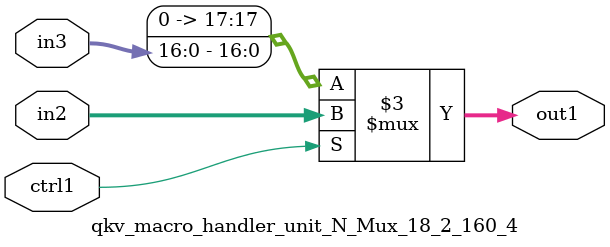
<source format=v>

`timescale 1ps / 1ps


module qkv_macro_handler_unit_N_Mux_18_2_160_4( in3, in2, ctrl1, out1 );

    input [16:0] in3;
    input [17:0] in2;
    input ctrl1;
    output [17:0] out1;
    reg [17:0] out1;

    
    // rtl_process:qkv_macro_handler_unit_N_Mux_18_2_160_4/qkv_macro_handler_unit_N_Mux_18_2_160_4_thread_1
    always @*
      begin : qkv_macro_handler_unit_N_Mux_18_2_160_4_thread_1
        case (ctrl1) 
          1'b1: 
            begin
              out1 = in2;
            end
          default: 
            begin
              out1 = {1'b0, in3};
            end
        endcase
      end

endmodule



</source>
